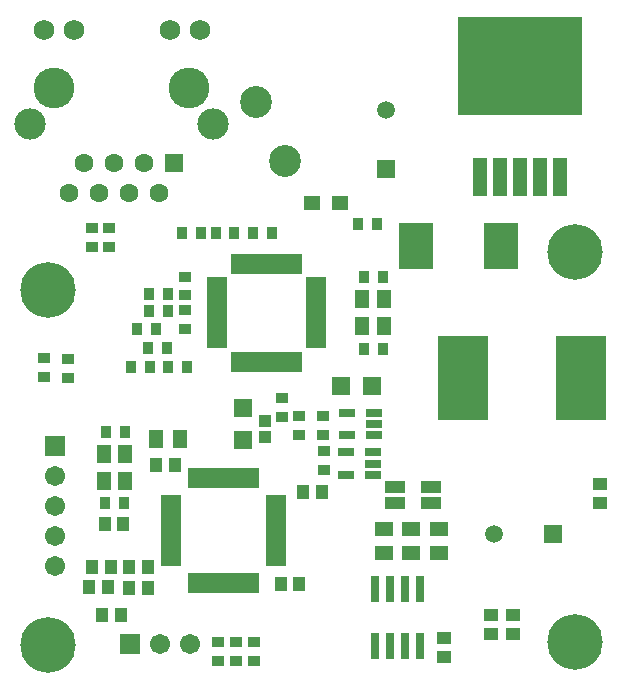
<source format=gts>
G04*
G04 #@! TF.GenerationSoftware,Altium Limited,Altium Designer,20.0.13 (296)*
G04*
G04 Layer_Color=8388736*
%FSLAX44Y44*%
%MOMM*%
G71*
G01*
G75*
%ADD42R,10.5700X8.4200*%
%ADD43R,1.1700X3.3200*%
%ADD44R,1.3700X1.2200*%
%ADD45R,0.8200X1.0200*%
%ADD46R,1.2032X1.0032*%
%ADD47R,1.0200X0.8200*%
%ADD48R,1.1032X1.0032*%
%ADD49R,1.5200X1.5200*%
%ADD50R,1.3400X0.7400*%
%ADD51R,1.5200X1.5200*%
%ADD52R,0.5240X1.8040*%
%ADD53R,1.8040X0.5240*%
%ADD54R,4.2032X7.2032*%
%ADD55R,1.3032X1.5032*%
%ADD56R,2.9972X4.0132*%
%ADD57R,1.0032X1.2032*%
%ADD58R,0.5032X1.7032*%
%ADD59R,1.7032X0.5032*%
%ADD60R,1.6032X1.2032*%
%ADD61R,0.7200X2.3200*%
%ADD62R,1.7032X1.1032*%
%ADD63R,1.2032X1.6032*%
%ADD64C,1.5200*%
%ADD65C,4.7032*%
%ADD66C,2.7032*%
%ADD67C,3.4532*%
%ADD68C,2.6482*%
%ADD69C,1.7332*%
%ADD70C,1.6012*%
%ADD71R,1.6012X1.6012*%
%ADD72C,1.7032*%
%ADD73R,1.7032X1.7032*%
%ADD74R,1.7032X1.7032*%
G36*
X292750Y177125D02*
Y170375D01*
X279625D01*
Y177125D01*
X292750D01*
D02*
G37*
G36*
Y196125D02*
Y189375D01*
X279625D01*
Y196125D01*
X292750D01*
D02*
G37*
G36*
X315875Y177125D02*
Y170375D01*
X302750D01*
Y177125D01*
X315875D01*
D02*
G37*
G36*
Y186625D02*
Y179875D01*
X302750D01*
Y186625D01*
X315875D01*
D02*
G37*
G36*
Y196125D02*
Y189375D01*
X302750D01*
Y196125D01*
X315875D01*
D02*
G37*
G36*
X316625Y222875D02*
X303500D01*
Y229625D01*
X316625D01*
Y222875D01*
D02*
G37*
G36*
X293500D02*
X280375D01*
Y229625D01*
X293500D01*
Y222875D01*
D02*
G37*
G36*
X316625Y213375D02*
X303500D01*
Y220125D01*
X316625D01*
Y213375D01*
D02*
G37*
G36*
Y203875D02*
X303500D01*
Y210625D01*
X316625D01*
Y203875D01*
D02*
G37*
G36*
X293500D02*
X280375D01*
Y210625D01*
X293500D01*
Y203875D01*
D02*
G37*
D42*
X433750Y520000D02*
D03*
D43*
X467750Y425500D02*
D03*
X450750D02*
D03*
X433750D02*
D03*
X416750D02*
D03*
X399750D02*
D03*
D44*
X281000Y403750D02*
D03*
X258000D02*
D03*
D45*
X312500Y386250D02*
D03*
X296500D02*
D03*
X135750Y264750D02*
D03*
X151750D02*
D03*
X118500Y281000D02*
D03*
X134500D02*
D03*
X120000Y312750D02*
D03*
X136000D02*
D03*
X120000Y327000D02*
D03*
X136000D02*
D03*
X302000Y280000D02*
D03*
X318000D02*
D03*
X192000Y378000D02*
D03*
X176000D02*
D03*
X148000D02*
D03*
X164000D02*
D03*
X317500Y341500D02*
D03*
X301500D02*
D03*
X82750Y149500D02*
D03*
X98750D02*
D03*
X99500Y209750D02*
D03*
X83500D02*
D03*
X104500Y264750D02*
D03*
X120500D02*
D03*
X125500Y297000D02*
D03*
X109500D02*
D03*
X207750Y378500D02*
D03*
X223750D02*
D03*
D46*
X409500Y39000D02*
D03*
Y55000D02*
D03*
X427750Y39000D02*
D03*
Y55000D02*
D03*
X501750Y149750D02*
D03*
Y165750D02*
D03*
X369750Y19750D02*
D03*
Y35750D02*
D03*
D47*
X232000Y239000D02*
D03*
Y223000D02*
D03*
X267250Y207500D02*
D03*
Y223500D02*
D03*
X246250Y207250D02*
D03*
Y223250D02*
D03*
X51500Y256000D02*
D03*
Y272000D02*
D03*
X31000Y256250D02*
D03*
Y272250D02*
D03*
X267500Y193750D02*
D03*
Y177750D02*
D03*
X85750Y366250D02*
D03*
Y382250D02*
D03*
X150250Y325500D02*
D03*
Y341500D02*
D03*
Y313250D02*
D03*
Y297250D02*
D03*
X208500Y16250D02*
D03*
Y32250D02*
D03*
X178000Y32250D02*
D03*
Y16250D02*
D03*
X71500Y366250D02*
D03*
Y382250D02*
D03*
X193250Y32250D02*
D03*
Y16250D02*
D03*
D48*
X218250Y205500D02*
D03*
Y219500D02*
D03*
D49*
X308500Y249250D02*
D03*
X282000D02*
D03*
X320500Y432250D02*
D03*
D50*
X287000Y207250D02*
D03*
Y226250D02*
D03*
X310000D02*
D03*
Y216750D02*
D03*
Y207250D02*
D03*
X286250Y173750D02*
D03*
Y192750D02*
D03*
X309250D02*
D03*
Y183250D02*
D03*
Y173750D02*
D03*
D51*
X199250Y203500D02*
D03*
Y230000D02*
D03*
X461750Y123750D02*
D03*
D52*
X191750Y352550D02*
D03*
X196750D02*
D03*
X201750D02*
D03*
X206750D02*
D03*
X211750D02*
D03*
X216750D02*
D03*
X221750D02*
D03*
X226750D02*
D03*
X231750D02*
D03*
X236750D02*
D03*
X241750D02*
D03*
X246750D02*
D03*
Y268950D02*
D03*
X241750D02*
D03*
X236750D02*
D03*
X231750D02*
D03*
X226750D02*
D03*
X221750D02*
D03*
X216750D02*
D03*
X211750D02*
D03*
X206750D02*
D03*
X201750D02*
D03*
X196750D02*
D03*
X191750D02*
D03*
D53*
X261050Y338250D02*
D03*
Y333250D02*
D03*
Y328250D02*
D03*
Y323250D02*
D03*
Y318250D02*
D03*
Y313250D02*
D03*
Y308250D02*
D03*
Y303250D02*
D03*
Y298250D02*
D03*
Y293250D02*
D03*
Y288250D02*
D03*
Y283250D02*
D03*
X177450D02*
D03*
Y288250D02*
D03*
Y293250D02*
D03*
Y298250D02*
D03*
Y303250D02*
D03*
Y308250D02*
D03*
Y313250D02*
D03*
Y318250D02*
D03*
Y323250D02*
D03*
Y328250D02*
D03*
Y333250D02*
D03*
Y338250D02*
D03*
D54*
X485250Y255250D02*
D03*
X385250D02*
D03*
D55*
X300250Y299250D02*
D03*
Y322250D02*
D03*
X318250D02*
D03*
Y299250D02*
D03*
X81500Y168250D02*
D03*
Y191250D02*
D03*
X99500D02*
D03*
Y168250D02*
D03*
D56*
X417435Y367000D02*
D03*
X346065D02*
D03*
D57*
X82000Y132000D02*
D03*
X98000D02*
D03*
X118500Y78250D02*
D03*
X102500D02*
D03*
X118500Y95250D02*
D03*
X102500D02*
D03*
X87750D02*
D03*
X71750D02*
D03*
X79750Y54750D02*
D03*
X95750D02*
D03*
X126000Y182250D02*
D03*
X142000D02*
D03*
X69000Y78500D02*
D03*
X85000D02*
D03*
X266250Y159250D02*
D03*
X250250D02*
D03*
X247000Y81250D02*
D03*
X231000D02*
D03*
D58*
X155500Y170750D02*
D03*
X160500D02*
D03*
X165500D02*
D03*
X170500D02*
D03*
X175500D02*
D03*
X180500D02*
D03*
X185500D02*
D03*
X190500D02*
D03*
X195500D02*
D03*
X200500D02*
D03*
X205500D02*
D03*
X210500D02*
D03*
Y81750D02*
D03*
X205500D02*
D03*
X200500D02*
D03*
X195500D02*
D03*
X190500D02*
D03*
X185500D02*
D03*
X180500D02*
D03*
X175500D02*
D03*
X170500D02*
D03*
X165500D02*
D03*
X160500D02*
D03*
X155500D02*
D03*
D59*
X227500Y153750D02*
D03*
Y148750D02*
D03*
Y143750D02*
D03*
Y138750D02*
D03*
Y133750D02*
D03*
Y128750D02*
D03*
Y123750D02*
D03*
Y118750D02*
D03*
Y113750D02*
D03*
Y108750D02*
D03*
Y103750D02*
D03*
Y98750D02*
D03*
X138500D02*
D03*
Y103750D02*
D03*
Y108750D02*
D03*
Y113750D02*
D03*
Y118750D02*
D03*
Y123750D02*
D03*
Y128750D02*
D03*
Y133750D02*
D03*
Y138750D02*
D03*
Y143750D02*
D03*
Y148750D02*
D03*
Y153750D02*
D03*
D60*
X365250Y107750D02*
D03*
Y127750D02*
D03*
X341750Y107750D02*
D03*
Y127750D02*
D03*
X318750Y107750D02*
D03*
Y127750D02*
D03*
D61*
X349050Y77000D02*
D03*
X336350D02*
D03*
X323650D02*
D03*
X310950D02*
D03*
X349050Y29000D02*
D03*
X336350D02*
D03*
X323650D02*
D03*
X310950D02*
D03*
D62*
X358750Y149500D02*
D03*
Y163500D02*
D03*
X327750D02*
D03*
Y149500D02*
D03*
D63*
X125750Y203750D02*
D03*
X145750D02*
D03*
D64*
X320500Y482250D02*
D03*
X411750Y123750D02*
D03*
D65*
X34250Y29750D02*
D03*
X480750Y31750D02*
D03*
X34250Y330000D02*
D03*
X480750Y362250D02*
D03*
D66*
X210000Y489500D02*
D03*
X235000Y439500D02*
D03*
D67*
X153900Y501250D02*
D03*
X39600D02*
D03*
D68*
X19300Y470750D02*
D03*
X174200D02*
D03*
D69*
X55900Y550250D02*
D03*
X30500D02*
D03*
X137600D02*
D03*
X163000D02*
D03*
D70*
X52350Y412350D02*
D03*
X65050Y437750D02*
D03*
X77750Y412350D02*
D03*
X90450Y437750D02*
D03*
X103150Y412350D02*
D03*
X115850Y437750D02*
D03*
X128550Y412350D02*
D03*
D71*
X141250Y437750D02*
D03*
D72*
X154000Y30250D02*
D03*
X128600D02*
D03*
X40000Y96100D02*
D03*
Y121500D02*
D03*
Y146900D02*
D03*
Y172300D02*
D03*
D73*
X103200Y30250D02*
D03*
D74*
X40000Y197700D02*
D03*
M02*

</source>
